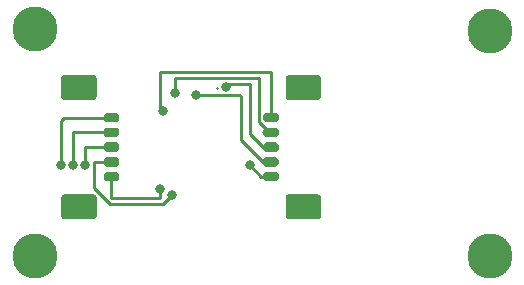
<source format=gbr>
%TF.GenerationSoftware,KiCad,Pcbnew,(5.1.12)-1*%
%TF.CreationDate,2023-04-03T19:11:50-05:00*%
%TF.ProjectId,Tag Connector,54616720-436f-46e6-9e65-63746f722e6b,rev?*%
%TF.SameCoordinates,Original*%
%TF.FileFunction,Copper,L2,Bot*%
%TF.FilePolarity,Positive*%
%FSLAX46Y46*%
G04 Gerber Fmt 4.6, Leading zero omitted, Abs format (unit mm)*
G04 Created by KiCad (PCBNEW (5.1.12)-1) date 2023-04-03 19:11:50*
%MOMM*%
%LPD*%
G01*
G04 APERTURE LIST*
%TA.AperFunction,ComponentPad*%
%ADD10C,2.600000*%
%TD*%
%TA.AperFunction,ConnectorPad*%
%ADD11C,3.800000*%
%TD*%
%TA.AperFunction,ViaPad*%
%ADD12C,0.800000*%
%TD*%
%TA.AperFunction,Conductor*%
%ADD13C,0.250000*%
%TD*%
G04 APERTURE END LIST*
%TO.P,J2,MP*%
%TO.N,N/C*%
%TA.AperFunction,SMDPad,CuDef*%
G36*
G01*
X158238000Y-102806000D02*
X160738000Y-102806000D01*
G75*
G02*
X160988000Y-103056000I0J-250000D01*
G01*
X160988000Y-104656000D01*
G75*
G02*
X160738000Y-104906000I-250000J0D01*
G01*
X158238000Y-104906000D01*
G75*
G02*
X157988000Y-104656000I0J250000D01*
G01*
X157988000Y-103056000D01*
G75*
G02*
X158238000Y-102806000I250000J0D01*
G01*
G37*
%TD.AperFunction*%
%TA.AperFunction,SMDPad,CuDef*%
G36*
G01*
X158238000Y-92706000D02*
X160738000Y-92706000D01*
G75*
G02*
X160988000Y-92956000I0J-250000D01*
G01*
X160988000Y-94556000D01*
G75*
G02*
X160738000Y-94806000I-250000J0D01*
G01*
X158238000Y-94806000D01*
G75*
G02*
X157988000Y-94556000I0J250000D01*
G01*
X157988000Y-92956000D01*
G75*
G02*
X158238000Y-92706000I250000J0D01*
G01*
G37*
%TD.AperFunction*%
%TO.P,J2,5*%
%TO.N,GND*%
%TA.AperFunction,SMDPad,CuDef*%
G36*
G01*
X156288000Y-100906000D02*
X157188000Y-100906000D01*
G75*
G02*
X157388000Y-101106000I0J-200000D01*
G01*
X157388000Y-101506000D01*
G75*
G02*
X157188000Y-101706000I-200000J0D01*
G01*
X156288000Y-101706000D01*
G75*
G02*
X156088000Y-101506000I0J200000D01*
G01*
X156088000Y-101106000D01*
G75*
G02*
X156288000Y-100906000I200000J0D01*
G01*
G37*
%TD.AperFunction*%
%TO.P,J2,4*%
%TO.N,Tx*%
%TA.AperFunction,SMDPad,CuDef*%
G36*
G01*
X156288000Y-99656000D02*
X157188000Y-99656000D01*
G75*
G02*
X157388000Y-99856000I0J-200000D01*
G01*
X157388000Y-100256000D01*
G75*
G02*
X157188000Y-100456000I-200000J0D01*
G01*
X156288000Y-100456000D01*
G75*
G02*
X156088000Y-100256000I0J200000D01*
G01*
X156088000Y-99856000D01*
G75*
G02*
X156288000Y-99656000I200000J0D01*
G01*
G37*
%TD.AperFunction*%
%TO.P,J2,3*%
%TO.N,Net-(J2-Pad3)*%
%TA.AperFunction,SMDPad,CuDef*%
G36*
G01*
X156288000Y-98406000D02*
X157188000Y-98406000D01*
G75*
G02*
X157388000Y-98606000I0J-200000D01*
G01*
X157388000Y-99006000D01*
G75*
G02*
X157188000Y-99206000I-200000J0D01*
G01*
X156288000Y-99206000D01*
G75*
G02*
X156088000Y-99006000I0J200000D01*
G01*
X156088000Y-98606000D01*
G75*
G02*
X156288000Y-98406000I200000J0D01*
G01*
G37*
%TD.AperFunction*%
%TO.P,J2,2*%
%TO.N,Net-(J2-Pad2)*%
%TA.AperFunction,SMDPad,CuDef*%
G36*
G01*
X156288000Y-97156000D02*
X157188000Y-97156000D01*
G75*
G02*
X157388000Y-97356000I0J-200000D01*
G01*
X157388000Y-97756000D01*
G75*
G02*
X157188000Y-97956000I-200000J0D01*
G01*
X156288000Y-97956000D01*
G75*
G02*
X156088000Y-97756000I0J200000D01*
G01*
X156088000Y-97356000D01*
G75*
G02*
X156288000Y-97156000I200000J0D01*
G01*
G37*
%TD.AperFunction*%
%TO.P,J2,1*%
%TO.N,Net-(J2-Pad1)*%
%TA.AperFunction,SMDPad,CuDef*%
G36*
G01*
X156288000Y-95906000D02*
X157188000Y-95906000D01*
G75*
G02*
X157388000Y-96106000I0J-200000D01*
G01*
X157388000Y-96506000D01*
G75*
G02*
X157188000Y-96706000I-200000J0D01*
G01*
X156288000Y-96706000D01*
G75*
G02*
X156088000Y-96506000I0J200000D01*
G01*
X156088000Y-96106000D01*
G75*
G02*
X156288000Y-95906000I200000J0D01*
G01*
G37*
%TD.AperFunction*%
%TD*%
D10*
%TO.P,REF\u002A\u002A,1*%
%TO.N,N/C*%
X175262000Y-107998000D03*
D11*
X175262000Y-107998000D03*
%TD*%
%TO.P,REF\u002A\u002A,1*%
%TO.N,N/C*%
X136762000Y-107998000D03*
D10*
X136762000Y-107998000D03*
%TD*%
%TO.P,REF\u002A\u002A,1*%
%TO.N,N/C*%
X136762000Y-88798000D03*
D11*
X136762000Y-88798000D03*
%TD*%
%TO.P,REF\u002A\u002A,1*%
%TO.N,N/C*%
X175262000Y-88978000D03*
D10*
X175262000Y-88978000D03*
%TD*%
%TO.P,J1,1*%
%TO.N,+3V3*%
%TA.AperFunction,SMDPad,CuDef*%
G36*
G01*
X143686000Y-101706000D02*
X142786000Y-101706000D01*
G75*
G02*
X142586000Y-101506000I0J200000D01*
G01*
X142586000Y-101106000D01*
G75*
G02*
X142786000Y-100906000I200000J0D01*
G01*
X143686000Y-100906000D01*
G75*
G02*
X143886000Y-101106000I0J-200000D01*
G01*
X143886000Y-101506000D01*
G75*
G02*
X143686000Y-101706000I-200000J0D01*
G01*
G37*
%TD.AperFunction*%
%TO.P,J1,2*%
%TO.N,TDO-TDI*%
%TA.AperFunction,SMDPad,CuDef*%
G36*
G01*
X143686000Y-100456000D02*
X142786000Y-100456000D01*
G75*
G02*
X142586000Y-100256000I0J200000D01*
G01*
X142586000Y-99856000D01*
G75*
G02*
X142786000Y-99656000I200000J0D01*
G01*
X143686000Y-99656000D01*
G75*
G02*
X143886000Y-99856000I0J-200000D01*
G01*
X143886000Y-100256000D01*
G75*
G02*
X143686000Y-100456000I-200000J0D01*
G01*
G37*
%TD.AperFunction*%
%TO.P,J1,3*%
%TO.N,TESTVPP*%
%TA.AperFunction,SMDPad,CuDef*%
G36*
G01*
X143686000Y-99206000D02*
X142786000Y-99206000D01*
G75*
G02*
X142586000Y-99006000I0J200000D01*
G01*
X142586000Y-98606000D01*
G75*
G02*
X142786000Y-98406000I200000J0D01*
G01*
X143686000Y-98406000D01*
G75*
G02*
X143886000Y-98606000I0J-200000D01*
G01*
X143886000Y-99006000D01*
G75*
G02*
X143686000Y-99206000I-200000J0D01*
G01*
G37*
%TD.AperFunction*%
%TO.P,J1,4*%
%TO.N,TCK*%
%TA.AperFunction,SMDPad,CuDef*%
G36*
G01*
X143686000Y-97956000D02*
X142786000Y-97956000D01*
G75*
G02*
X142586000Y-97756000I0J200000D01*
G01*
X142586000Y-97356000D01*
G75*
G02*
X142786000Y-97156000I200000J0D01*
G01*
X143686000Y-97156000D01*
G75*
G02*
X143886000Y-97356000I0J-200000D01*
G01*
X143886000Y-97756000D01*
G75*
G02*
X143686000Y-97956000I-200000J0D01*
G01*
G37*
%TD.AperFunction*%
%TO.P,J1,5*%
%TO.N,Rx*%
%TA.AperFunction,SMDPad,CuDef*%
G36*
G01*
X143686000Y-96706000D02*
X142786000Y-96706000D01*
G75*
G02*
X142586000Y-96506000I0J200000D01*
G01*
X142586000Y-96106000D01*
G75*
G02*
X142786000Y-95906000I200000J0D01*
G01*
X143686000Y-95906000D01*
G75*
G02*
X143886000Y-96106000I0J-200000D01*
G01*
X143886000Y-96506000D01*
G75*
G02*
X143686000Y-96706000I-200000J0D01*
G01*
G37*
%TD.AperFunction*%
%TO.P,J1,MP*%
%TO.N,N/C*%
%TA.AperFunction,SMDPad,CuDef*%
G36*
G01*
X141736000Y-104906000D02*
X139236000Y-104906000D01*
G75*
G02*
X138986000Y-104656000I0J250000D01*
G01*
X138986000Y-103056000D01*
G75*
G02*
X139236000Y-102806000I250000J0D01*
G01*
X141736000Y-102806000D01*
G75*
G02*
X141986000Y-103056000I0J-250000D01*
G01*
X141986000Y-104656000D01*
G75*
G02*
X141736000Y-104906000I-250000J0D01*
G01*
G37*
%TD.AperFunction*%
%TA.AperFunction,SMDPad,CuDef*%
G36*
G01*
X141736000Y-94806000D02*
X139236000Y-94806000D01*
G75*
G02*
X138986000Y-94556000I0J250000D01*
G01*
X138986000Y-92956000D01*
G75*
G02*
X139236000Y-92706000I250000J0D01*
G01*
X141736000Y-92706000D01*
G75*
G02*
X141986000Y-92956000I0J-250000D01*
G01*
X141986000Y-94556000D01*
G75*
G02*
X141736000Y-94806000I-250000J0D01*
G01*
G37*
%TD.AperFunction*%
%TD*%
D12*
%TO.N,+3V3*%
X147320000Y-102362000D03*
%TO.N,TDO-TDI*%
X148336000Y-102870000D03*
%TO.N,TESTVPP*%
X140970000Y-100330000D03*
%TO.N,TCK*%
X139954000Y-100330000D03*
%TO.N,Rx*%
X138953997Y-100330000D03*
%TO.N,GND*%
X154940000Y-100330000D03*
%TO.N,Tx*%
X150368000Y-94414000D03*
%TO.N,Net-(J2-Pad1)*%
X147574000Y-95758000D03*
%TO.N,Net-(J2-Pad2)*%
X148594653Y-94238653D03*
%TO.N,Net-(J2-Pad3)*%
X152929964Y-93689000D03*
%TD*%
D13*
%TO.N,*%
X152208750Y-93762999D02*
X152208749Y-93763000D01*
%TO.N,+3V3*%
X143256000Y-103124000D02*
X147320000Y-103124000D01*
X143236000Y-103104000D02*
X143256000Y-103124000D01*
X143236000Y-101306000D02*
X143236000Y-103104000D01*
X147320000Y-103124000D02*
X147320000Y-102907000D01*
X147320000Y-102907000D02*
X147320000Y-102362000D01*
%TO.N,TDO-TDI*%
X142586000Y-100056000D02*
X142566000Y-100076000D01*
X143236000Y-100056000D02*
X142586000Y-100056000D01*
X143236000Y-100056000D02*
X141752000Y-100056000D01*
X143127590Y-103632000D02*
X147574000Y-103632000D01*
X141752000Y-102256410D02*
X143127590Y-103632000D01*
X141752000Y-100056000D02*
X141752000Y-102256410D01*
X147574000Y-103632000D02*
X148336000Y-102870000D01*
%TO.N,TESTVPP*%
X143236000Y-98806000D02*
X140970000Y-98806000D01*
X140970000Y-98806000D02*
X140970000Y-100330000D01*
%TO.N,TCK*%
X143236000Y-97556000D02*
X140482000Y-97556000D01*
X140482000Y-97556000D02*
X140462000Y-97536000D01*
X140462000Y-97536000D02*
X139954000Y-97536000D01*
X139954000Y-97536000D02*
X139954000Y-100330000D01*
%TO.N,Rx*%
X143236000Y-96306000D02*
X139232000Y-96306000D01*
X138953997Y-96584003D02*
X138953997Y-100330000D01*
X139232000Y-96306000D02*
X138953997Y-96584003D01*
%TO.N,GND*%
X155916000Y-101306000D02*
X154940000Y-100330000D01*
X156738000Y-101306000D02*
X155916000Y-101306000D01*
%TO.N,Tx*%
X156738000Y-100056000D02*
X156174046Y-100056000D01*
X154236301Y-98204301D02*
X154236301Y-94546301D01*
X156088000Y-100056000D02*
X154236301Y-98204301D01*
X156738000Y-100056000D02*
X156088000Y-100056000D01*
X154104000Y-94414000D02*
X150368000Y-94414000D01*
X154236301Y-94546301D02*
X154104000Y-94414000D01*
%TO.N,Net-(J2-Pad1)*%
X147320000Y-95504000D02*
X147574000Y-95758000D01*
X156718000Y-92456000D02*
X147320000Y-92456000D01*
X156738000Y-92476000D02*
X156718000Y-92456000D01*
X147320000Y-92456000D02*
X147320000Y-95504000D01*
X156738000Y-96306000D02*
X156738000Y-92476000D01*
%TO.N,Net-(J2-Pad2)*%
X156738000Y-97556000D02*
X156088000Y-97556000D01*
X148590000Y-94234000D02*
X148594653Y-94238653D01*
X148590000Y-92964000D02*
X148590000Y-94234000D01*
X155702000Y-92964000D02*
X148590000Y-92964000D01*
X156595522Y-97556000D02*
X155702000Y-96662478D01*
X155702000Y-96662478D02*
X155702000Y-92964000D01*
X156738000Y-97556000D02*
X156595522Y-97556000D01*
%TO.N,Net-(J2-Pad3)*%
X156088000Y-98806000D02*
X154940000Y-97658000D01*
X156738000Y-98806000D02*
X156088000Y-98806000D01*
X154940000Y-97658000D02*
X154940000Y-93472000D01*
X154940000Y-93472000D02*
X153924000Y-93472000D01*
X153924000Y-93472000D02*
X152908000Y-93472000D01*
X152908000Y-93667036D02*
X152929964Y-93689000D01*
X152908000Y-93472000D02*
X152908000Y-93667036D01*
%TD*%
M02*

</source>
